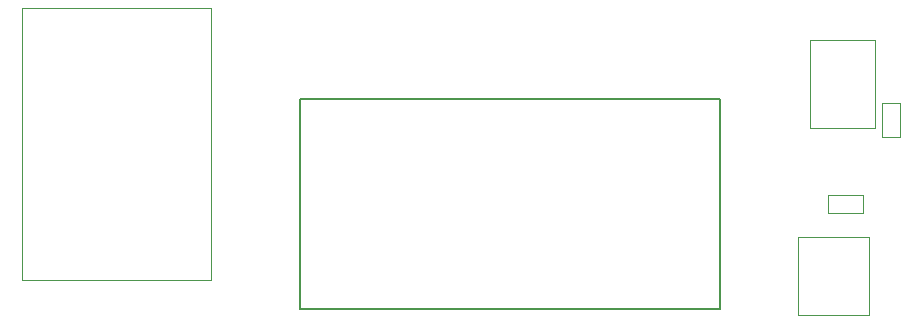
<source format=gbr>
G04 #@! TF.FileFunction,Other,User*
%FSLAX46Y46*%
G04 Gerber Fmt 4.6, Leading zero omitted, Abs format (unit mm)*
G04 Created by KiCad (PCBNEW 4.0.1-3.201512221402+6198~38~ubuntu14.04.1-stable) date Sat 30 Jul 2016 09:56:49 PM PDT*
%MOMM*%
G01*
G04 APERTURE LIST*
%ADD10C,0.100000*%
%ADD11C,0.050000*%
%ADD12C,0.152400*%
G04 APERTURE END LIST*
D10*
D11*
X165906000Y-93666000D02*
X171406000Y-93666000D01*
X165906000Y-86166000D02*
X171406000Y-86166000D01*
X165906000Y-93666000D02*
X165906000Y-86166000D01*
X171406000Y-93666000D02*
X171406000Y-86166000D01*
X170348000Y-99326000D02*
X167448000Y-99326000D01*
X170348000Y-100826000D02*
X170348000Y-99326000D01*
X167448000Y-100826000D02*
X167448000Y-99326000D01*
X170348000Y-100826000D02*
X167448000Y-100826000D01*
X171970000Y-91514000D02*
X171970000Y-94414000D01*
X173470000Y-91514000D02*
X171970000Y-91514000D01*
X173470000Y-94414000D02*
X171970000Y-94414000D01*
X173470000Y-91514000D02*
X173470000Y-94414000D01*
X170914000Y-102872000D02*
X164864000Y-102872000D01*
X170914000Y-109472000D02*
X164864000Y-109472000D01*
X170914000Y-102872000D02*
X170906440Y-109472000D01*
X164864000Y-102872000D02*
X164864000Y-109472000D01*
X115188000Y-106496000D02*
X115188000Y-105996000D01*
X99188000Y-106496000D02*
X115188000Y-106496000D01*
X99188000Y-83496000D02*
X99188000Y-106496000D01*
X115188000Y-83496000D02*
X99188000Y-83496000D01*
X115188000Y-105996000D02*
X115188000Y-83496000D01*
D12*
X122682000Y-91186000D02*
X122682000Y-108966000D01*
X158242000Y-91186000D02*
X122682000Y-91186000D01*
X158242000Y-108966000D02*
X158242000Y-91186000D01*
X122682000Y-108966000D02*
X158242000Y-108966000D01*
M02*

</source>
